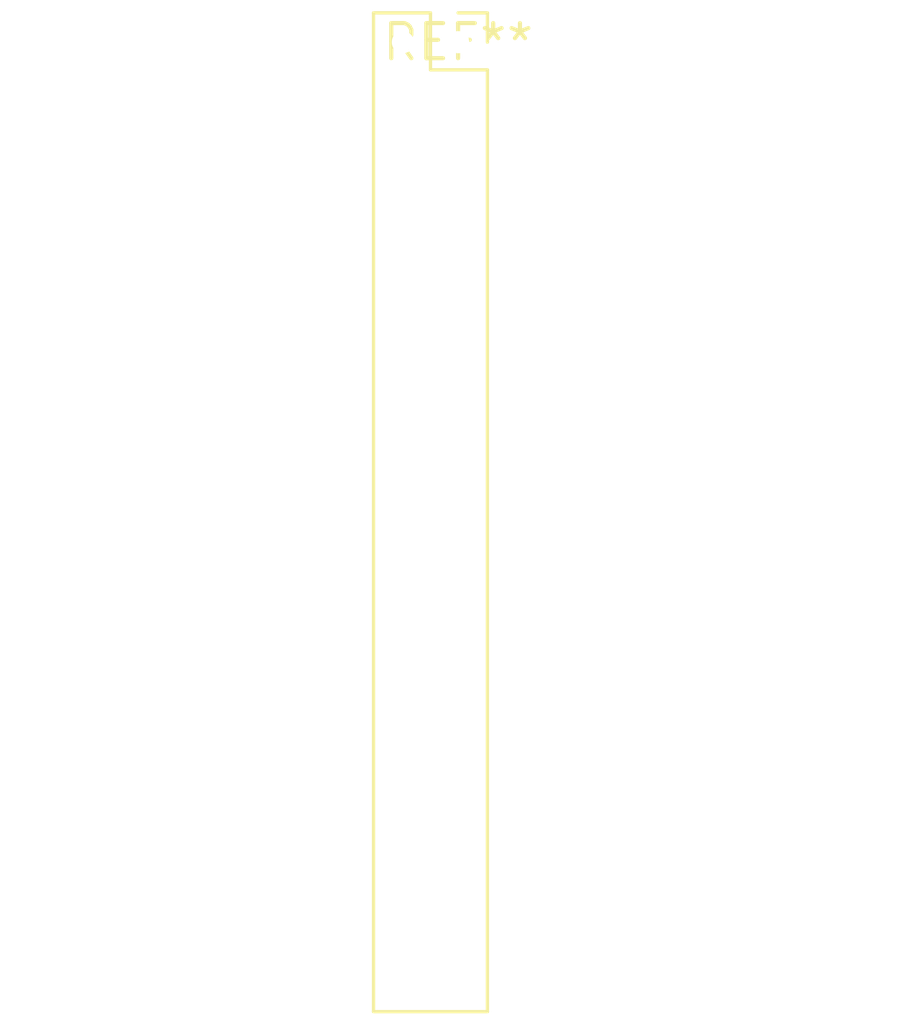
<source format=kicad_pcb>
(kicad_pcb (version 20240108) (generator pcbnew)
  (layers (0 "F.Cu" signal) (31 "B.Cu" signal) (34 "B.Paste" user) (35 "F.Paste" user) (36 "B.SilkS" user "B.Silkscreen") (37 "F.SilkS" user "F.Silkscreen") (38 "B.Mask" user) (39 "F.Mask" user) (44 "Edge.Cuts" user))
  (net 0 "")
  (footprint "PinSocket_2x18_P2.00mm_Vertical" (layer "F.Cu") (at 0 0)
    (property "Reference" "REF**")
    (property "Value" "PinSocket_2x18_P2.00mm_Vertical")
    (fp_line (start -3.06 -1.06) (end -3.06 35.06) (layer "F.SilkS") (stroke (width 0.12)))
    (fp_line (start -3.06 -1.06) (end -1 -1.06) (layer "F.SilkS") (stroke (width 0.12)))
    (fp_line (start -3.06 35.06) (end 1.06 35.06) (layer "F.SilkS") (stroke (width 0.12)))
    (fp_line (start -1 -1.06) (end -1 1) (layer "F.SilkS") (stroke (width 0.12)))
    (fp_line (start -1 1) (end 1.06 1) (layer "F.SilkS") (stroke (width 0.12)))
    (fp_line (start 0 -1.06) (end 1.06 -1.06) (layer "F.SilkS") (stroke (width 0.12)))
    (fp_line (start 1.06 -1.06) (end 1.06 0) (layer "F.SilkS") (stroke (width 0.12)))
    (fp_line (start 1.06 1) (end 1.06 35.06) (layer "F.SilkS") (stroke (width 0.12)))
    (pad "1" thru_hole rect (at 0 0) (size 1.35 1.35) (drill 0.8) (layers *.Cu *.Mask) (remove_unused_layers))
    (pad "2" thru_hole oval (at -2 0) (size 1.35 1.35) (drill 0.8) (layers *.Cu *.Mask) (remove_unused_layers))
    (pad "3" thru_hole oval (at 0 2) (size 1.35 1.35) (drill 0.8) (layers *.Cu *.Mask) (remove_unused_layers))
    (pad "4" thru_hole oval (at -2 2) (size 1.35 1.35) (drill 0.8) (layers *.Cu *.Mask) (remove_unused_layers))
    (pad "5" thru_hole oval (at 0 4) (size 1.35 1.35) (drill 0.8) (layers *.Cu *.Mask) (remove_unused_layers))
    (pad "6" thru_hole oval (at -2 4) (size 1.35 1.35) (drill 0.8) (layers *.Cu *.Mask) (remove_unused_layers))
    (pad "7" thru_hole oval (at 0 6) (size 1.35 1.35) (drill 0.8) (layers *.Cu *.Mask) (remove_unused_layers))
    (pad "8" thru_hole oval (at -2 6) (size 1.35 1.35) (drill 0.8) (layers *.Cu *.Mask) (remove_unused_layers))
    (pad "9" thru_hole oval (at 0 8) (size 1.35 1.35) (drill 0.8) (layers *.Cu *.Mask) (remove_unused_layers))
    (pad "10" thru_hole oval (at -2 8) (size 1.35 1.35) (drill 0.8) (layers *.Cu *.Mask) (remove_unused_layers))
    (pad "11" thru_hole oval (at 0 10) (size 1.35 1.35) (drill 0.8) (layers *.Cu *.Mask) (remove_unused_layers))
    (pad "12" thru_hole oval (at -2 10) (size 1.35 1.35) (drill 0.8) (layers *.Cu *.Mask) (remove_unused_layers))
    (pad "13" thru_hole oval (at 0 12) (size 1.35 1.35) (drill 0.8) (layers *.Cu *.Mask) (remove_unused_layers))
    (pad "14" thru_hole oval (at -2 12) (size 1.35 1.35) (drill 0.8) (layers *.Cu *.Mask) (remove_unused_layers))
    (pad "15" thru_hole oval (at 0 14) (size 1.35 1.35) (drill 0.8) (layers *.Cu *.Mask) (remove_unused_layers))
    (pad "16" thru_hole oval (at -2 14) (size 1.35 1.35) (drill 0.8) (layers *.Cu *.Mask) (remove_unused_layers))
    (pad "17" thru_hole oval (at 0 16) (size 1.35 1.35) (drill 0.8) (layers *.Cu *.Mask) (remove_unused_layers))
    (pad "18" thru_hole oval (at -2 16) (size 1.35 1.35) (drill 0.8) (layers *.Cu *.Mask) (remove_unused_layers))
    (pad "19" thru_hole oval (at 0 18) (size 1.35 1.35) (drill 0.8) (layers *.Cu *.Mask) (remove_unused_layers))
    (pad "20" thru_hole oval (at -2 18) (size 1.35 1.35) (drill 0.8) (layers *.Cu *.Mask) (remove_unused_layers))
    (pad "21" thru_hole oval (at 0 20) (size 1.35 1.35) (drill 0.8) (layers *.Cu *.Mask) (remove_unused_layers))
    (pad "22" thru_hole oval (at -2 20) (size 1.35 1.35) (drill 0.8) (layers *.Cu *.Mask) (remove_unused_layers))
    (pad "23" thru_hole oval (at 0 22) (size 1.35 1.35) (drill 0.8) (layers *.Cu *.Mask) (remove_unused_layers))
    (pad "24" thru_hole oval (at -2 22) (size 1.35 1.35) (drill 0.8) (layers *.Cu *.Mask) (remove_unused_layers))
    (pad "25" thru_hole oval (at 0 24) (size 1.35 1.35) (drill 0.8) (layers *.Cu *.Mask) (remove_unused_layers))
    (pad "26" thru_hole oval (at -2 24) (size 1.35 1.35) (drill 0.8) (layers *.Cu *.Mask) (remove_unused_layers))
    (pad "27" thru_hole oval (at 0 26) (size 1.35 1.35) (drill 0.8) (layers *.Cu *.Mask) (remove_unused_layers))
    (pad "28" thru_hole oval (at -2 26) (size 1.35 1.35) (drill 0.8) (layers *.Cu *.Mask) (remove_unused_layers))
    (pad "29" thru_hole oval (at 0 28) (size 1.35 1.35) (drill 0.8) (layers *.Cu *.Mask) (remove_unused_layers))
    (pad "30" thru_hole oval (at -2 28) (size 1.35 1.35) (drill 0.8) (layers *.Cu *.Mask) (remove_unused_layers))
    (pad "31" thru_hole oval (at 0 30) (size 1.35 1.35) (drill 0.8) (layers *.Cu *.Mask) (remove_unused_layers))
    (pad "32" thru_hole oval (at -2 30) (size 1.35 1.35) (drill 0.8) (layers *.Cu *.Mask) (remove_unused_layers))
    (pad "33" thru_hole oval (at 0 32) (size 1.35 1.35) (drill 0.8) (layers *.Cu *.Mask) (remove_unused_layers))
    (pad "34" thru_hole oval (at -2 32) (size 1.35 1.35) (drill 0.8) (layers *.Cu *.Mask) (remove_unused_layers))
    (pad "35" thru_hole oval (at 0 34) (size 1.35 1.35) (drill 0.8) (layers *.Cu *.Mask) (remove_unused_layers))
    (pad "36" thru_hole oval (at -2 34) (size 1.35 1.35) (drill 0.8) (layers *.Cu *.Mask) (remove_unused_layers))
  )
)
</source>
